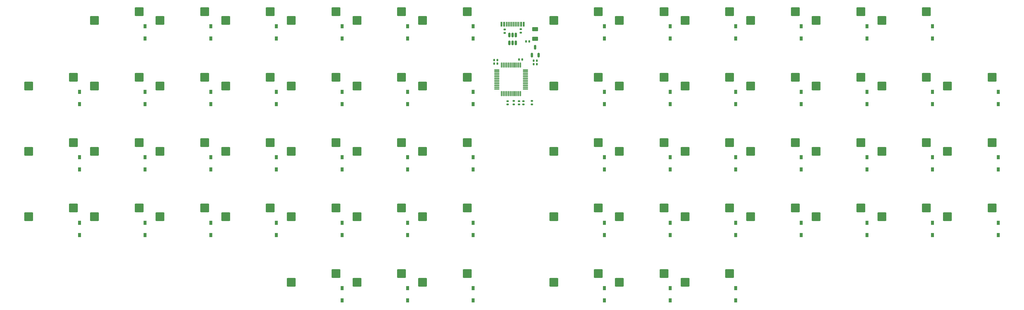
<source format=gbr>
%TF.GenerationSoftware,KiCad,Pcbnew,7.0.9*%
%TF.CreationDate,2024-01-02T07:13:13+09:00*%
%TF.ProjectId,SpaceCadet2024,53706163-6543-4616-9465-74323032342e,rev?*%
%TF.SameCoordinates,Original*%
%TF.FileFunction,Paste,Bot*%
%TF.FilePolarity,Positive*%
%FSLAX46Y46*%
G04 Gerber Fmt 4.6, Leading zero omitted, Abs format (unit mm)*
G04 Created by KiCad (PCBNEW 7.0.9) date 2024-01-02 07:13:13*
%MOMM*%
%LPD*%
G01*
G04 APERTURE LIST*
G04 Aperture macros list*
%AMRoundRect*
0 Rectangle with rounded corners*
0 $1 Rounding radius*
0 $2 $3 $4 $5 $6 $7 $8 $9 X,Y pos of 4 corners*
0 Add a 4 corners polygon primitive as box body*
4,1,4,$2,$3,$4,$5,$6,$7,$8,$9,$2,$3,0*
0 Add four circle primitives for the rounded corners*
1,1,$1+$1,$2,$3*
1,1,$1+$1,$4,$5*
1,1,$1+$1,$6,$7*
1,1,$1+$1,$8,$9*
0 Add four rect primitives between the rounded corners*
20,1,$1+$1,$2,$3,$4,$5,0*
20,1,$1+$1,$4,$5,$6,$7,0*
20,1,$1+$1,$6,$7,$8,$9,0*
20,1,$1+$1,$8,$9,$2,$3,0*%
G04 Aperture macros list end*
%ADD10RoundRect,0.200000X-1.075000X-1.050000X1.075000X-1.050000X1.075000X1.050000X-1.075000X1.050000X0*%
%ADD11R,0.950000X1.300000*%
%ADD12RoundRect,0.250000X-0.625000X0.375000X-0.625000X-0.375000X0.625000X-0.375000X0.625000X0.375000X0*%
%ADD13RoundRect,0.150000X0.150000X-0.512500X0.150000X0.512500X-0.150000X0.512500X-0.150000X-0.512500X0*%
%ADD14RoundRect,0.135000X-0.185000X0.135000X-0.185000X-0.135000X0.185000X-0.135000X0.185000X0.135000X0*%
%ADD15RoundRect,0.140000X0.170000X-0.140000X0.170000X0.140000X-0.170000X0.140000X-0.170000X-0.140000X0*%
%ADD16RoundRect,0.075000X0.075000X-0.662500X0.075000X0.662500X-0.075000X0.662500X-0.075000X-0.662500X0*%
%ADD17RoundRect,0.075000X0.662500X-0.075000X0.662500X0.075000X-0.662500X0.075000X-0.662500X-0.075000X0*%
%ADD18RoundRect,0.140000X-0.140000X-0.170000X0.140000X-0.170000X0.140000X0.170000X-0.140000X0.170000X0*%
%ADD19RoundRect,0.140000X0.140000X0.170000X-0.140000X0.170000X-0.140000X-0.170000X0.140000X-0.170000X0*%
%ADD20R,0.600000X1.450000*%
%ADD21R,0.300000X1.450000*%
%ADD22RoundRect,0.135000X0.185000X-0.135000X0.185000X0.135000X-0.185000X0.135000X-0.185000X-0.135000X0*%
G04 APERTURE END LIST*
D10*
%TO.C,SW9*%
X185765000Y-19310000D03*
X198692000Y-16770000D03*
%TD*%
%TO.C,SW19*%
X147765000Y-38310000D03*
X160692000Y-35770000D03*
%TD*%
%TO.C,SW38*%
X33765000Y-76310000D03*
X46692000Y-73770000D03*
%TD*%
%TO.C,SW14*%
X33765000Y-38310000D03*
X46692000Y-35770000D03*
%TD*%
%TO.C,SW39*%
X52765000Y-76310000D03*
X65692000Y-73770000D03*
%TD*%
%TO.C,SW40*%
X71765000Y-76310000D03*
X84692000Y-73770000D03*
%TD*%
%TO.C,SW21*%
X185765000Y-38310000D03*
X198692000Y-35770000D03*
%TD*%
%TO.C,SW56*%
X166765000Y-95310000D03*
X179692000Y-92770000D03*
%TD*%
%TO.C,SW45*%
X185765000Y-76310000D03*
X198692000Y-73770000D03*
%TD*%
%TO.C,SW30*%
X109765000Y-57310000D03*
X122692000Y-54770000D03*
%TD*%
%TO.C,SW50*%
X-4235000Y-57310000D03*
X8692000Y-54770000D03*
%TD*%
%TO.C,SW33*%
X185765000Y-57310000D03*
X198692000Y-54770000D03*
%TD*%
%TO.C,SW59*%
X261765000Y-57310000D03*
X274692000Y-54770000D03*
%TD*%
%TO.C,SW58*%
X261765000Y-76310000D03*
X274692000Y-73770000D03*
%TD*%
%TO.C,SW12*%
X242765000Y-19310000D03*
X255692000Y-16770000D03*
%TD*%
%TO.C,SW32*%
X166765000Y-57310000D03*
X179692000Y-54770000D03*
%TD*%
%TO.C,SW10*%
X204765000Y-19310000D03*
X217692000Y-16770000D03*
%TD*%
%TO.C,SW22*%
X204765000Y-38310000D03*
X217692000Y-35770000D03*
%TD*%
%TO.C,SW43*%
X147765000Y-76310000D03*
X160692000Y-73770000D03*
%TD*%
%TO.C,SW8*%
X166765000Y-19310000D03*
X179692000Y-16770000D03*
%TD*%
%TO.C,SW55*%
X147765000Y-95310000D03*
X160692000Y-92770000D03*
%TD*%
%TO.C,SW44*%
X166765000Y-76310000D03*
X179692000Y-73770000D03*
%TD*%
%TO.C,SW37*%
X14765000Y-76310000D03*
X27692000Y-73770000D03*
%TD*%
%TO.C,SW1*%
X14765000Y-19310000D03*
X27692000Y-16770000D03*
%TD*%
%TO.C,SW28*%
X71765000Y-57310000D03*
X84692000Y-54770000D03*
%TD*%
%TO.C,SW47*%
X223765000Y-76310000D03*
X236692000Y-73770000D03*
%TD*%
%TO.C,SW29*%
X90765000Y-57310000D03*
X103692000Y-54770000D03*
%TD*%
%TO.C,SW31*%
X147765000Y-57310000D03*
X160692000Y-54770000D03*
%TD*%
%TO.C,SW24*%
X242765000Y-38310000D03*
X255692000Y-35770000D03*
%TD*%
%TO.C,SW27*%
X52775000Y-57310000D03*
X65702000Y-54770000D03*
%TD*%
%TO.C,SW57*%
X185765000Y-95310000D03*
X198692000Y-92770000D03*
%TD*%
%TO.C,SW13*%
X14765000Y-38310000D03*
X27692000Y-35770000D03*
%TD*%
%TO.C,SW53*%
X90765000Y-95310000D03*
X103692000Y-92770000D03*
%TD*%
%TO.C,SW34*%
X204765000Y-57310000D03*
X217692000Y-54770000D03*
%TD*%
%TO.C,SW60*%
X261765000Y-38310000D03*
X274692000Y-35770000D03*
%TD*%
%TO.C,SW17*%
X90765000Y-38310000D03*
X103692000Y-35770000D03*
%TD*%
%TO.C,SW6*%
X109765000Y-19310000D03*
X122692000Y-16770000D03*
%TD*%
%TO.C,SW41*%
X90765000Y-76310000D03*
X103692000Y-73770000D03*
%TD*%
%TO.C,SW52*%
X71765000Y-95310000D03*
X84692000Y-92770000D03*
%TD*%
%TO.C,SW25*%
X14765000Y-57310000D03*
X27692000Y-54770000D03*
%TD*%
%TO.C,SW48*%
X242765000Y-76310000D03*
X255692000Y-73770000D03*
%TD*%
%TO.C,SW42*%
X109765000Y-76310000D03*
X122692000Y-73770000D03*
%TD*%
%TO.C,SW36*%
X242765000Y-57310000D03*
X255692000Y-54770000D03*
%TD*%
%TO.C,SW7*%
X147765000Y-19310000D03*
X160692000Y-16770000D03*
%TD*%
%TO.C,SW4*%
X71765000Y-19310000D03*
X84692000Y-16770000D03*
%TD*%
%TO.C,SW3*%
X52765000Y-19310000D03*
X65692000Y-16770000D03*
%TD*%
%TO.C,SW18*%
X109765000Y-38310000D03*
X122692000Y-35770000D03*
%TD*%
%TO.C,SW11*%
X223765000Y-19310000D03*
X236692000Y-16770000D03*
%TD*%
%TO.C,SW49*%
X-4235000Y-38310000D03*
X8692000Y-35770000D03*
%TD*%
%TO.C,SW16*%
X71765000Y-38310000D03*
X84692000Y-35770000D03*
%TD*%
%TO.C,SW20*%
X166765000Y-38310000D03*
X179692000Y-35770000D03*
%TD*%
%TO.C,SW46*%
X204765000Y-76310000D03*
X217692000Y-73770000D03*
%TD*%
%TO.C,SW35*%
X223765000Y-57310000D03*
X236692000Y-54770000D03*
%TD*%
%TO.C,SW15*%
X52765000Y-38310000D03*
X65692000Y-35770000D03*
%TD*%
%TO.C,SW26*%
X33765000Y-57310000D03*
X46692000Y-54770000D03*
%TD*%
%TO.C,SW2*%
X33765000Y-19310000D03*
X46692000Y-16770000D03*
%TD*%
%TO.C,SW5*%
X90765000Y-19310000D03*
X103692000Y-16770000D03*
%TD*%
%TO.C,SW23*%
X223765000Y-38310000D03*
X236692000Y-35770000D03*
%TD*%
%TO.C,SW54*%
X109765000Y-95310000D03*
X122692000Y-92770000D03*
%TD*%
%TO.C,SW51*%
X-4235000Y-76310000D03*
X8692000Y-73770000D03*
%TD*%
D11*
%TO.C,D12*%
X257450000Y-24575000D03*
X257450000Y-21025000D03*
%TD*%
%TO.C,D8*%
X181450000Y-24575000D03*
X181450000Y-21025000D03*
%TD*%
%TO.C,D44*%
X181450000Y-81575000D03*
X181450000Y-78025000D03*
%TD*%
%TO.C,D40*%
X86450000Y-81575000D03*
X86450000Y-78025000D03*
%TD*%
%TO.C,D27*%
X67450000Y-62575000D03*
X67450000Y-59025000D03*
%TD*%
%TO.C,D19*%
X162450000Y-43575000D03*
X162450000Y-40025000D03*
%TD*%
%TO.C,D32*%
X181450000Y-62575000D03*
X181450000Y-59025000D03*
%TD*%
D12*
%TO.C,F1*%
X142400000Y-21800000D03*
X142400000Y-24600000D03*
%TD*%
D13*
%TO.C,U3*%
X143350000Y-29337500D03*
X141450000Y-29337500D03*
X142400000Y-27062500D03*
%TD*%
D14*
%TO.C,R2*%
X138200000Y-21815000D03*
X138200000Y-22835000D03*
%TD*%
D15*
%TO.C,C8*%
X139000000Y-43680000D03*
X139000000Y-42720000D03*
%TD*%
D11*
%TO.C,D4*%
X86450000Y-24575000D03*
X86450000Y-21025000D03*
%TD*%
%TO.C,D38*%
X48450000Y-81575000D03*
X48450000Y-78025000D03*
%TD*%
%TO.C,D3*%
X67450000Y-24575000D03*
X67450000Y-21025000D03*
%TD*%
%TO.C,D52*%
X86450000Y-100575000D03*
X86450000Y-97025000D03*
%TD*%
%TO.C,D2*%
X48450000Y-24575000D03*
X48450000Y-21025000D03*
%TD*%
D14*
%TO.C,R3*%
X141400000Y-42690000D03*
X141400000Y-43710000D03*
%TD*%
D11*
%TO.C,D18*%
X124450000Y-43575000D03*
X124450000Y-40025000D03*
%TD*%
%TO.C,D45*%
X200450000Y-81575000D03*
X200450000Y-78025000D03*
%TD*%
%TO.C,D58*%
X276450000Y-81575000D03*
X276450000Y-78025000D03*
%TD*%
%TO.C,D6*%
X124450000Y-24575000D03*
X124450000Y-21025000D03*
%TD*%
%TO.C,D59*%
X276450000Y-62575000D03*
X276450000Y-59025000D03*
%TD*%
%TO.C,D37*%
X29450000Y-81575000D03*
X29450000Y-78025000D03*
%TD*%
%TO.C,D43*%
X162450000Y-81575000D03*
X162450000Y-78025000D03*
%TD*%
%TO.C,D50*%
X10450000Y-62575000D03*
X10450000Y-59025000D03*
%TD*%
%TO.C,D1*%
X29450000Y-24575000D03*
X29450000Y-21025000D03*
%TD*%
%TO.C,D53*%
X105450000Y-100575000D03*
X105450000Y-97025000D03*
%TD*%
%TO.C,D48*%
X257450000Y-81575000D03*
X257450000Y-78025000D03*
%TD*%
%TO.C,D60*%
X276450000Y-43575000D03*
X276450000Y-40025000D03*
%TD*%
%TO.C,D33*%
X200450000Y-62575000D03*
X200450000Y-59025000D03*
%TD*%
%TO.C,D39*%
X67450000Y-81575000D03*
X67450000Y-78025000D03*
%TD*%
%TO.C,D46*%
X219450000Y-81575000D03*
X219450000Y-78025000D03*
%TD*%
D16*
%TO.C,U1*%
X138150000Y-40562500D03*
X137650000Y-40562500D03*
X137150000Y-40562500D03*
X136650000Y-40562500D03*
X136150000Y-40562500D03*
X135650000Y-40562500D03*
X135150000Y-40562500D03*
X134650000Y-40562500D03*
X134150000Y-40562500D03*
X133650000Y-40562500D03*
X133150000Y-40562500D03*
X132650000Y-40562500D03*
D17*
X131237500Y-39150000D03*
X131237500Y-38650000D03*
X131237500Y-38150000D03*
X131237500Y-37650000D03*
X131237500Y-37150000D03*
X131237500Y-36650000D03*
X131237500Y-36150000D03*
X131237500Y-35650000D03*
X131237500Y-35150000D03*
X131237500Y-34650000D03*
X131237500Y-34150000D03*
X131237500Y-33650000D03*
D16*
X132650000Y-32237500D03*
X133150000Y-32237500D03*
X133650000Y-32237500D03*
X134150000Y-32237500D03*
X134650000Y-32237500D03*
X135150000Y-32237500D03*
X135650000Y-32237500D03*
X136150000Y-32237500D03*
X136650000Y-32237500D03*
X137150000Y-32237500D03*
X137650000Y-32237500D03*
X138150000Y-32237500D03*
D17*
X139562500Y-33650000D03*
X139562500Y-34150000D03*
X139562500Y-34650000D03*
X139562500Y-35150000D03*
X139562500Y-35650000D03*
X139562500Y-36150000D03*
X139562500Y-36650000D03*
X139562500Y-37150000D03*
X139562500Y-37650000D03*
X139562500Y-38150000D03*
X139562500Y-38650000D03*
X139562500Y-39150000D03*
%TD*%
D11*
%TO.C,D26*%
X48450000Y-62575000D03*
X48450000Y-59025000D03*
%TD*%
%TO.C,D23*%
X238450000Y-43575000D03*
X238450000Y-40025000D03*
%TD*%
D18*
%TO.C,C2*%
X141920000Y-31000000D03*
X142880000Y-31000000D03*
%TD*%
D13*
%TO.C,U2*%
X136800000Y-25837500D03*
X135850000Y-25837500D03*
X134900000Y-25837500D03*
X134900000Y-23562500D03*
X135850000Y-23562500D03*
X136800000Y-23562500D03*
%TD*%
D11*
%TO.C,D15*%
X67450000Y-43575000D03*
X67450000Y-40025000D03*
%TD*%
%TO.C,D7*%
X162450000Y-24575000D03*
X162450000Y-21025000D03*
%TD*%
D19*
%TO.C,C7*%
X131480000Y-31800000D03*
X130520000Y-31800000D03*
%TD*%
%TO.C,C1*%
X140680000Y-25400000D03*
X139720000Y-25400000D03*
%TD*%
D11*
%TO.C,D30*%
X124450000Y-62575000D03*
X124450000Y-59025000D03*
%TD*%
%TO.C,D20*%
X181450000Y-43575000D03*
X181450000Y-40025000D03*
%TD*%
D15*
%TO.C,C5*%
X134400000Y-43680000D03*
X134400000Y-42720000D03*
%TD*%
D19*
%TO.C,C6*%
X131480000Y-30800000D03*
X130520000Y-30800000D03*
%TD*%
D20*
%TO.C,IO1*%
X132625000Y-20425000D03*
X133400000Y-20425000D03*
D21*
X134100000Y-20425000D03*
X134600000Y-20425000D03*
X135100000Y-20425000D03*
X135600000Y-20425000D03*
X136100000Y-20425000D03*
X136600000Y-20425000D03*
X137100000Y-20425000D03*
X137600000Y-20425000D03*
D20*
X138300000Y-20425000D03*
X139075000Y-20425000D03*
%TD*%
D11*
%TO.C,D22*%
X219450000Y-43575000D03*
X219450000Y-40025000D03*
%TD*%
D15*
%TO.C,C9*%
X137750000Y-43680000D03*
X137750000Y-42720000D03*
%TD*%
D22*
%TO.C,R4*%
X136200000Y-43710000D03*
X136200000Y-42690000D03*
%TD*%
D11*
%TO.C,D34*%
X219450000Y-62575000D03*
X219450000Y-59025000D03*
%TD*%
%TO.C,D36*%
X257450000Y-62575000D03*
X257450000Y-59025000D03*
%TD*%
D14*
%TO.C,R1*%
X133600000Y-21890000D03*
X133600000Y-22910000D03*
%TD*%
D11*
%TO.C,D41*%
X105450000Y-81575000D03*
X105450000Y-78025000D03*
%TD*%
%TO.C,D49*%
X10450000Y-43575000D03*
X10450000Y-40025000D03*
%TD*%
%TO.C,D47*%
X238450000Y-81575000D03*
X238450000Y-78025000D03*
%TD*%
%TO.C,D42*%
X124450000Y-81575000D03*
X124450000Y-78025000D03*
%TD*%
%TO.C,D29*%
X105450000Y-62575000D03*
X105450000Y-59025000D03*
%TD*%
%TO.C,D5*%
X105450000Y-24575000D03*
X105450000Y-21025000D03*
%TD*%
%TO.C,D25*%
X29450000Y-62575000D03*
X29450000Y-59025000D03*
%TD*%
D19*
%TO.C,C4*%
X138680000Y-30600000D03*
X137720000Y-30600000D03*
%TD*%
D11*
%TO.C,D35*%
X238450000Y-62575000D03*
X238450000Y-59025000D03*
%TD*%
%TO.C,D28*%
X86450000Y-62575000D03*
X86450000Y-59025000D03*
%TD*%
%TO.C,D14*%
X48450000Y-43575000D03*
X48450000Y-40025000D03*
%TD*%
%TO.C,D51*%
X10450000Y-81575000D03*
X10450000Y-78025000D03*
%TD*%
%TO.C,D13*%
X29450000Y-43575000D03*
X29450000Y-40025000D03*
%TD*%
%TO.C,D21*%
X200450000Y-43575000D03*
X200450000Y-40025000D03*
%TD*%
%TO.C,D11*%
X238450000Y-24575000D03*
X238450000Y-21025000D03*
%TD*%
%TO.C,D9*%
X200450000Y-24575000D03*
X200450000Y-21025000D03*
%TD*%
%TO.C,D10*%
X219450000Y-24575000D03*
X219450000Y-21025000D03*
%TD*%
%TO.C,D54*%
X124450000Y-100575000D03*
X124450000Y-97025000D03*
%TD*%
%TO.C,D31*%
X162450000Y-62575000D03*
X162450000Y-59025000D03*
%TD*%
%TO.C,D55*%
X162450000Y-100575000D03*
X162450000Y-97025000D03*
%TD*%
%TO.C,D16*%
X86450000Y-43575000D03*
X86450000Y-40025000D03*
%TD*%
%TO.C,D56*%
X181450000Y-100575000D03*
X181450000Y-97025000D03*
%TD*%
%TO.C,D17*%
X105450000Y-43575000D03*
X105450000Y-40025000D03*
%TD*%
%TO.C,D24*%
X257450000Y-43575000D03*
X257450000Y-40025000D03*
%TD*%
D18*
%TO.C,C3*%
X141920000Y-32000000D03*
X142880000Y-32000000D03*
%TD*%
D11*
%TO.C,D57*%
X200450000Y-100575000D03*
X200450000Y-97025000D03*
%TD*%
M02*

</source>
